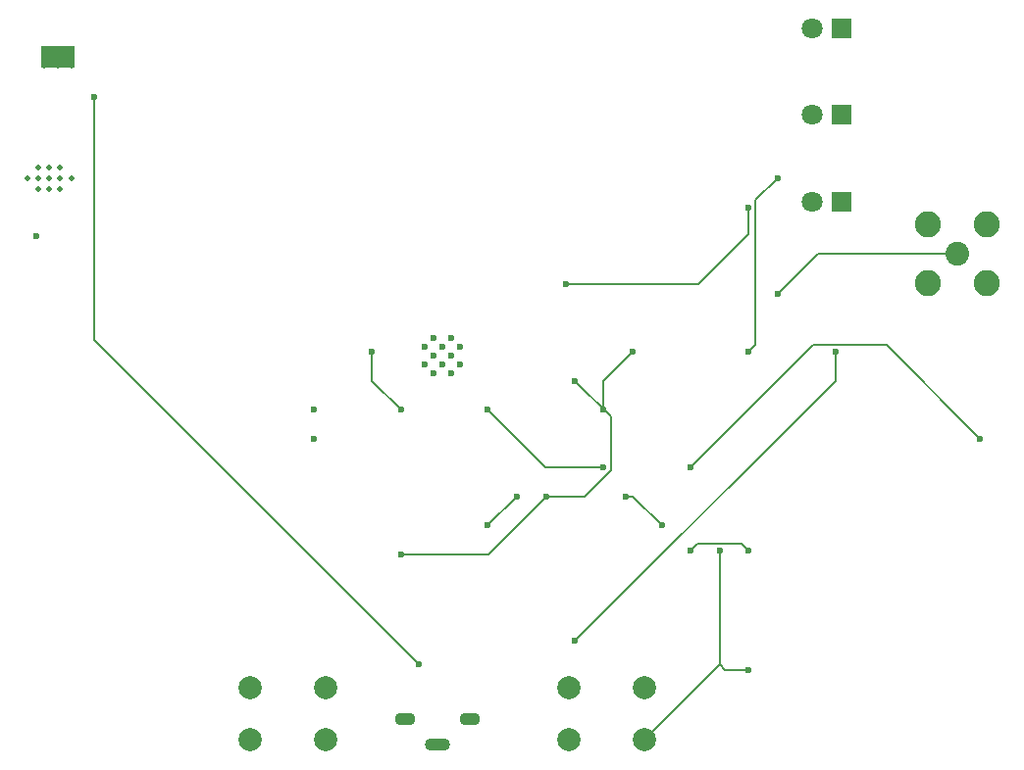
<source format=gbr>
%TF.GenerationSoftware,KiCad,Pcbnew,9.0.0*%
%TF.CreationDate,2025-07-02T16:13:02+05:30*%
%TF.ProjectId,ESP32 GPS + GSM Tracker,45535033-3220-4475-9053-202b2047534d,rev?*%
%TF.SameCoordinates,Original*%
%TF.FileFunction,Copper,L4,Bot*%
%TF.FilePolarity,Positive*%
%FSLAX46Y46*%
G04 Gerber Fmt 4.6, Leading zero omitted, Abs format (unit mm)*
G04 Created by KiCad (PCBNEW 9.0.0) date 2025-07-02 16:13:02*
%MOMM*%
%LPD*%
G01*
G04 APERTURE LIST*
%TA.AperFunction,ComponentPad*%
%ADD10R,1.800000X1.800000*%
%TD*%
%TA.AperFunction,ComponentPad*%
%ADD11C,1.800000*%
%TD*%
%TA.AperFunction,ComponentPad*%
%ADD12C,2.000000*%
%TD*%
%TA.AperFunction,HeatsinkPad*%
%ADD13C,0.600000*%
%TD*%
%TA.AperFunction,ComponentPad*%
%ADD14C,0.500000*%
%TD*%
%TA.AperFunction,HeatsinkPad*%
%ADD15O,1.800000X1.100000*%
%TD*%
%TA.AperFunction,HeatsinkPad*%
%ADD16O,2.200000X1.100000*%
%TD*%
%TA.AperFunction,HeatsinkPad*%
%ADD17C,0.500000*%
%TD*%
%TA.AperFunction,HeatsinkPad*%
%ADD18R,2.900000X1.900000*%
%TD*%
%TA.AperFunction,ComponentPad*%
%ADD19C,2.050000*%
%TD*%
%TA.AperFunction,ComponentPad*%
%ADD20C,2.250000*%
%TD*%
%TA.AperFunction,ViaPad*%
%ADD21C,0.600000*%
%TD*%
%TA.AperFunction,Conductor*%
%ADD22C,0.200000*%
%TD*%
G04 APERTURE END LIST*
D10*
%TO.P,D2,1,K*%
%TO.N,GND*%
X150540000Y-74530000D03*
D11*
%TO.P,D2,2,A*%
%TO.N,Net-(D2-A)*%
X148000000Y-74530000D03*
%TD*%
D12*
%TO.P,SW2,1,1*%
%TO.N,Net-(U1-IO25)*%
X127000000Y-124000000D03*
X133500000Y-124000000D03*
%TO.P,SW2,2,2*%
%TO.N,GND*%
X127000000Y-128500000D03*
X133500000Y-128500000D03*
%TD*%
D13*
%TO.P,U1,39,GND*%
%TO.N,GND*%
X114545000Y-94577500D03*
X114545000Y-96102500D03*
X115307500Y-93815000D03*
X115307500Y-95340000D03*
X115307500Y-96865000D03*
X116070000Y-94577500D03*
X116070000Y-96102500D03*
X116832500Y-93815000D03*
X116832500Y-95340000D03*
X116832500Y-96865000D03*
X117595000Y-94577500D03*
X117595000Y-96102500D03*
%TD*%
D14*
%TO.P,U7,15,PGND*%
%TO.N,GND*%
X81195000Y-80950000D03*
X82145000Y-80950000D03*
X83095000Y-80950000D03*
X80245000Y-80000000D03*
X81195000Y-80000000D03*
X82145000Y-80000000D03*
X83095000Y-80000000D03*
X84045000Y-80000000D03*
X81195000Y-79050000D03*
X82145000Y-79050000D03*
X83095000Y-79050000D03*
%TD*%
D12*
%TO.P,SW3,1,1*%
%TO.N,Net-(U1-IO26)*%
X99500000Y-124050000D03*
X106000000Y-124050000D03*
%TO.P,SW3,2,2*%
%TO.N,GND*%
X99500000Y-128550000D03*
X106000000Y-128550000D03*
%TD*%
D10*
%TO.P,D3,1,K*%
%TO.N,GND*%
X150540000Y-67060000D03*
D11*
%TO.P,D3,2,A*%
%TO.N,Net-(D3-A)*%
X148000000Y-67060000D03*
%TD*%
D15*
%TO.P,J1,6,Shield*%
%TO.N,unconnected-(J1-Shield-Pad6)_1*%
X112850000Y-126750000D03*
D16*
%TO.N,unconnected-(J1-Shield-Pad6)*%
X115650000Y-128900000D03*
D15*
%TO.N,unconnected-(J1-Shield-Pad6)_2*%
X118450000Y-126750000D03*
%TD*%
D10*
%TO.P,D1,1,K*%
%TO.N,GND*%
X150540000Y-82000000D03*
D11*
%TO.P,D1,2,A*%
%TO.N,Net-(D1-A)*%
X148000000Y-82000000D03*
%TD*%
D17*
%TO.P,U4,9,EPAD*%
%TO.N,unconnected-(U4-EPAD-Pad9)_2*%
X81705000Y-70225000D03*
%TO.N,unconnected-(U4-EPAD-Pad9)_3*%
X82905000Y-70225000D03*
%TO.N,unconnected-(U4-EPAD-Pad9)*%
X84105000Y-70225000D03*
D18*
%TO.N,unconnected-(U4-EPAD-Pad9)_5*%
X82905000Y-69525000D03*
D17*
%TO.N,unconnected-(U4-EPAD-Pad9)_6*%
X81705000Y-68825000D03*
%TO.N,unconnected-(U4-EPAD-Pad9)_4*%
X82905000Y-68825000D03*
%TO.N,unconnected-(U4-EPAD-Pad9)_1*%
X84105000Y-68825000D03*
%TD*%
D19*
%TO.P,J2,1,In*%
%TO.N,Net-(J2-In)*%
X160540000Y-86540000D03*
D20*
%TO.P,J2,2,Ext*%
%TO.N,GND*%
X163080000Y-84000000D03*
X158000000Y-84000000D03*
X163080000Y-89080000D03*
X158000000Y-89080000D03*
%TD*%
D21*
%TO.N,GND*%
X110000000Y-95000000D03*
X81000000Y-85000000D03*
X112500000Y-100000000D03*
X140000000Y-112176000D03*
X142500000Y-122500000D03*
%TO.N,/3.3V*%
X122500000Y-107500000D03*
X120000000Y-110000000D03*
%TO.N,/4V*%
X125049000Y-107500000D03*
X130000000Y-100000000D03*
X132500000Y-95000000D03*
X112500000Y-112500000D03*
X127500000Y-97500000D03*
%TO.N,Net-(D1-A)*%
X142500000Y-82500000D03*
X126750000Y-89148529D03*
%TO.N,Net-(J1-VBUS)*%
X114000000Y-122000000D03*
X86000000Y-73000000D03*
%TO.N,Net-(J2-In)*%
X145000000Y-90000000D03*
%TO.N,Net-(U2-UART1_RXD)*%
X142500000Y-112176000D03*
X137500000Y-112176000D03*
X131900000Y-107500000D03*
X135000000Y-110000000D03*
%TO.N,Net-(U1-IO27)*%
X120000000Y-100000000D03*
X130000000Y-105000000D03*
%TO.N,Net-(U2-NETLIGHT)*%
X162500000Y-102500000D03*
X137500000Y-105000000D03*
%TO.N,Net-(U2-~{PWRKEY})*%
X142500000Y-95000000D03*
X145000000Y-80000000D03*
%TO.N,Net-(U1-IO25)*%
X105000000Y-100000000D03*
%TO.N,Net-(U1-IO26)*%
X105000000Y-102500000D03*
%TO.N,Net-(U1-IO13)*%
X150000000Y-95000000D03*
X127500000Y-120000000D03*
%TD*%
D22*
%TO.N,GND*%
X140000000Y-122000000D02*
X133500000Y-128500000D01*
X140000000Y-112176000D02*
X140000000Y-122000000D01*
X142500000Y-122500000D02*
X140500000Y-122500000D01*
X112500000Y-100000000D02*
X110000000Y-97500000D01*
X110000000Y-97500000D02*
X110000000Y-95000000D01*
X140500000Y-122500000D02*
X140000000Y-122000000D01*
%TO.N,/3.3V*%
X120000000Y-110000000D02*
X122500000Y-107500000D01*
%TO.N,/4V*%
X130000000Y-100000000D02*
X130000000Y-97500000D01*
X130601000Y-100601000D02*
X127500000Y-97500000D01*
X112500000Y-112500000D02*
X120049000Y-112500000D01*
X125049000Y-107500000D02*
X128349943Y-107500000D01*
X130601000Y-105248943D02*
X130601000Y-100601000D01*
X120049000Y-112500000D02*
X125049000Y-107500000D01*
X128349943Y-107500000D02*
X130601000Y-105248943D01*
X130000000Y-97500000D02*
X132500000Y-95000000D01*
%TO.N,Net-(D1-A)*%
X126750000Y-89148529D02*
X138194307Y-89148529D01*
X142500000Y-84842836D02*
X142500000Y-82500000D01*
X138194307Y-89148529D02*
X142500000Y-84842836D01*
%TO.N,Net-(J1-VBUS)*%
X86000000Y-94000000D02*
X114000000Y-122000000D01*
X86000000Y-73000000D02*
X86000000Y-94000000D01*
%TO.N,Net-(J2-In)*%
X148460000Y-86540000D02*
X160540000Y-86540000D01*
X145000000Y-90000000D02*
X148460000Y-86540000D01*
%TO.N,Net-(U2-UART1_RXD)*%
X141899000Y-111575000D02*
X142500000Y-112176000D01*
X137500000Y-112176000D02*
X138101000Y-111575000D01*
X131900000Y-107500000D02*
X132500000Y-107500000D01*
X138101000Y-111575000D02*
X141899000Y-111575000D01*
X132500000Y-107500000D02*
X135000000Y-110000000D01*
%TO.N,Net-(U1-IO27)*%
X125000000Y-105000000D02*
X130000000Y-105000000D01*
X120000000Y-100000000D02*
X125000000Y-105000000D01*
%TO.N,Net-(U2-NETLIGHT)*%
X162500000Y-102500000D02*
X154399000Y-94399000D01*
X154399000Y-94399000D02*
X148101000Y-94399000D01*
X148101000Y-94399000D02*
X137500000Y-105000000D01*
%TO.N,Net-(U2-~{PWRKEY})*%
X143101000Y-81899000D02*
X145000000Y-80000000D01*
X143101000Y-94399000D02*
X143101000Y-81899000D01*
X142500000Y-95000000D02*
X143101000Y-94399000D01*
%TO.N,Net-(U1-IO13)*%
X150000000Y-97500000D02*
X150000000Y-95000000D01*
X127500000Y-120000000D02*
X150000000Y-97500000D01*
%TD*%
M02*

</source>
